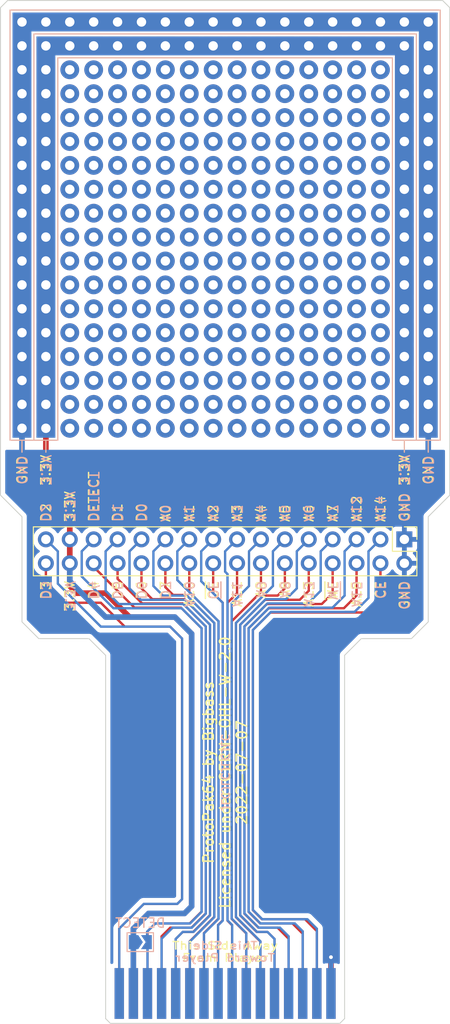
<source format=kicad_pcb>
(kicad_pcb (version 20211014) (generator pcbnew)
  (layers (0 "F.Cu" signal) (31 "B.Cu" signal) (34 "B.Paste" user) (35 "F.Paste" user) (36 "B.SilkS" user "B.Silkscreen") (37 "F.SilkS" user "F.Silkscreen") (38 "B.Mask" user) (39 "F.Mask" user) (44 "Edge.Cuts" user))
  (net 0 "")
  (net 1 "GND")
  (net 2 "A14")
  (net 3 "A12")
  (net 4 "A7")
  (net 5 "A6")
  (net 6 "A5")
  (net 7 "A4")
  (net 8 "A3")
  (net 9 "A2")
  (net 10 "A1")
  (net 11 "A0")
  (net 12 "D0")
  (net 13 "D1")
  (net 14 "DETECT")
  (net 15 "+3V3")
  (net 16 "D2")
  (net 17 "CE")
  (net 18 "~{WE}")
  (net 19 "A13")
  (net 20 "A8")
  (net 21 "A9")
  (net 22 "A11")
  (net 23 "~{OE}")
  (net 24 "A10")
  (net 25 "D7")
  (net 26 "D6")
  (net 27 "D5")
  (net 28 "D4")
  (net 29 "D3")
  (net 30 "A15")
  (footprint "Connector_PinHeader_2.54mm:PinHeader_2x16_P2.54mm_Vertical" (layer "F.Cu") (at 162.814 103.754 -90)
    (fp_text reference "J2")
    (fp_text value "Breakout2x16")
  )
  (footprint "protopak64:PakEdgeConnector" (layer "F.Cu") (at 143.764 152.019)
    (fp_text reference "J1")
    (fp_text value "PakEdge")
  )
  (footprint "protopak64:PrototypeGrid" (layer "F.Cu") (at 143.764 72.898)
    (fp_text reference "REF**")
    (fp_text value "PrototypeGrid")
  )
  (footprint "Jumper:SolderJumper-2_P1.3mm_Open_TrianglePad1.0x1.5mm" (layer "B.Cu") (at 134.747 146.558)
    (fp_text reference "JP1")
    (fp_text value "DETECT")
  )
  (gr_line (start 120.65 46.482) (end 166.878 46.482) (layer "Edge.Cuts") (width 0.1))
  (gr_line (start 131.064 154.686) (end 131.064 116.078) (layer "Edge.Cuts") (width 0.1))
  (gr_line (start 123.952 114.3) (end 122.174 112.522) (layer "Edge.Cuts") (width 0.1))
  (gr_line (start 129.286 114.3) (end 123.952 114.3) (layer "Edge.Cuts") (width 0.1))
  (gr_line (start 165.354 112.522) (end 165.354 101.346) (layer "Edge.Cuts") (width 0.1))
  (gr_line (start 122.174 112.522) (end 122.174 101.346) (layer "Edge.Cuts") (width 0.1))
  (gr_line (start 156.464 116.078) (end 158.242 114.3) (layer "Edge.Cuts") (width 0.1))
  (gr_line (start 119.888 99.06) (end 119.888 47.244) (layer "Edge.Cuts") (width 0.1))
  (gr_line (start 166.878 46.482) (end 167.64 47.244) (layer "Edge.Cuts") (width 0.1))
  (gr_line (start 131.064 154.686) (end 131.572 155.194) (layer "Edge.Cuts") (width 0.1))
  (gr_line (start 131.572 155.194) (end 155.956 155.194) (layer "Edge.Cuts") (width 0.1))
  (gr_line (start 163.576 114.3) (end 165.354 112.522) (layer "Edge.Cuts") (width 0.1))
  (gr_line (start 163.576 114.3) (end 158.242 114.3) (layer "Edge.Cuts") (width 0.1))
  (gr_line (start 120.65 46.482) (end 119.888 47.244) (layer "Edge.Cuts") (width 0.1))
  (gr_line (start 155.956 155.194) (end 156.464 154.686) (layer "Edge.Cuts") (width 0.1))
  (gr_line (start 167.64 99.06) (end 165.354 101.346) (layer "Edge.Cuts") (width 0.1))
  (gr_line (start 167.64 47.244) (end 167.64 99.06) (layer "Edge.Cuts") (width 0.1))
  (gr_line (start 122.174 101.346) (end 119.888 99.06) (layer "Edge.Cuts") (width 0.1))
  (gr_line (start 131.064 116.078) (end 129.286 114.3) (layer "Edge.Cuts") (width 0.1))
  (gr_line (start 156.464 154.686) (end 156.464 116.078) (layer "Edge.Cuts") (width 0.1))
  (gr_text "D1" (at 132.334 101.981 270) (layer "B.SilkS") (effects (font (size 1 1)) (justify left mirror)))
  (gr_text "This Side\nToward Player" (at 143.764 147.574) (layer "B.SilkS") (effects (font (size 0.8 1)) (justify mirror)))
  (gr_text "DETECT" (at 129.794 101.981 270) (layer "B.SilkS") (effects (font (size 1 1)) (justify left mirror)))
  (gr_text "GND" (at 162.814 101.981 270) (layer "B.SilkS") (effects (font (size 1 1)) (justify left mirror)))
  (gr_text "JLCJLCJLCJLC" (at 143.764 128.524 270) (layer "B.SilkS") (effects (font (size 0.8 0.8)) (justify mirror)))
  (gr_text "A5" (at 150.114 101.981 270) (layer "B.SilkS") (effects (font (size 1 1)) (justify left mirror)))
  (gr_text "CE" (at 160.274 108.077 270) (layer "B.SilkS") (effects (font (size 1 1)) (justify right mirror)))
  (gr_text "D0" (at 134.874 101.981 270) (layer "B.SilkS") (effects (font (size 1 1)) (justify left mirror)))
  (gr_text "A4" (at 147.574 101.981 270) (layer "B.SilkS") (effects (font (size 1 1)) (justify left mirror)))
  (gr_text "A15" (at 157.734 108.077 270) (layer "B.SilkS") (effects (font (size 1 1)) (justify right mirror)))
  (gr_text "D6" (at 134.874 108.077 270) (layer "B.SilkS") (effects (font (size 1 1)) (justify right mirror)))
  (gr_text "~{OE}" (at 142.494 108.077 270) (layer "B.SilkS") (effects (font (size 1 1)) (justify right mirror)))
  (gr_text "A8" (at 150.114 108.077 270) (layer "B.SilkS") (effects (font (size 1 1)) (justify right mirror)))
  (gr_text "A13" (at 152.654 108.077 270) (layer "B.SilkS") (effects (font (size 1 1)) (justify right mirror)))
  (gr_text "A14" (at 160.274 101.981 270) (layer "B.SilkS") (effects (font (size 1 1)) (justify left mirror)))
  (gr_text "A12" (at 157.734 101.981 270) (layer "B.SilkS") (effects (font (size 1 1)) (justify left mirror)))
  (gr_text "D3" (at 124.714 108.077 270) (layer "B.SilkS") (effects (font (size 1 1)) (justify right mirror)))
  (gr_text "A9" (at 147.574 108.077 270) (layer "B.SilkS") (effects (font (size 1 1)) (justify right mirror)))
  (gr_text "D7" (at 137.414 108.077 270) (layer "B.SilkS") (effects (font (size 1 1)) (justify right mirror)))
  (gr_text "A6" (at 152.654 101.981 270) (layer "B.SilkS") (effects (font (size 1 1)) (justify left mirror)))
  (gr_text "A10" (at 139.954 108.077 270) (layer "B.SilkS") (effects (font (size 1 1)) (justify right mirror)))
  (gr_text "D4" (at 129.794 108.077 270) (layer "B.SilkS") (effects (font (size 1 1)) (justify right mirror)))
  (gr_text "3.3V" (at 127.254 108.077 270) (layer "B.SilkS") (effects (font (size 1 1)) (justify right mirror)))
  (gr_text "A1" (at 139.954 101.981 270) (layer "B.SilkS") (effects (font (size 1 1)) (justify left mirror)))
  (gr_text "D5" (at 132.334 108.077 270) (layer "B.SilkS") (effects (font (size 1 1)) (justify right mirror)))
  (gr_text "A3" (at 145.034 101.981 270) (layer "B.SilkS") (effects (font (size 1 1)) (justify left mirror)))
  (gr_text "GND" (at 162.814 108.077 270) (layer "B.SilkS") (effects (font (size 1 1)) (justify right mirror)))
  (gr_text "D2" (at 124.714 101.981 270) (layer "B.SilkS") (effects (font (size 1 1)) (justify left mirror)))
  (gr_text "~{WE}" (at 155.194 108.077 270) (layer "B.SilkS") (effects (font (size 1 1)) (justify right mirror)))
  (gr_text "A7" (at 155.194 101.981 270) (layer "B.SilkS") (effects (font (size 1 1)) (justify left mirror)))
  (gr_text "A0" (at 137.414 101.981 270) (layer "B.SilkS") (effects (font (size 1 1)) (justify left mirror)))
  (gr_text "A2" (at 142.494 101.981 270) (layer "B.SilkS") (effects (font (size 1 1)) (justify left mirror)))
  (gr_text "3.3V" (at 127.254 101.981 270) (layer "B.SilkS") (effects (font (size 1 1)) (justify left mirror)))
  (gr_text "A11" (at 145.034 108.077 270) (layer "B.SilkS") (effects (font (size 1 1)) (justify right mirror)))
  (gr_text "A1" (at 139.954 101.981 90) (layer "F.SilkS") (effects (font (size 1 1)) (justify left)))
  (gr_text "A0" (at 137.414 101.981 90) (layer "F.SilkS") (effects (font (size 1 1)) (justify left)))
  (gr_text "GND" (at 162.814 101.981 90) (layer "F.SilkS") (effects (font (size 1 1)) (justify left)))
  (gr_text "A8" (at 150.114 108.077 90) (layer "F.SilkS") (effects (font (size 1 1)) (justify right)))
  (gr_text "A15" (at 157.734 108.077 90) (layer "F.SilkS") (effects (font (size 1 1)) (justify right)))
  (gr_text "D3" (at 124.714 108.077 90) (layer "F.SilkS") (effects (font (size 1 1)) (justify right)))
  (gr_text "A4" (at 147.574 101.981 90) (layer "F.SilkS") (effects (font (size 1 1)) (justify left)))
  (gr_text "A14" (at 160.274 101.981 90) (layer "F.SilkS") (effects (font (size 1 1)) (justify left)))
  (gr_text "ProtoPak64 by Bigbass\nLicensed under CERN-OHL-W-2.0\n2022-07-07" (at 143.764 128.524 90) (layer "F.SilkS") (effects (font (size 1.1 1.1) (thickness 0.175))))
  (gr_text "DETECT" (at 129.794 101.981 90) (layer "F.SilkS") (effects (font (size 1 1)) (justify left)))
  (gr_text "D2" (at 124.714 101.981 90) (layer "F.SilkS") (effects (font (size 1 1)) (justify left)))
  (gr_text "A10" (at 139.954 108.077 90) (layer "F.SilkS") (effects (font (size 1 1)) (justify right)))
  (gr_text "A12" (at 157.734 101.981 90) (layer "F.SilkS") (effects (font (size 1 1)) (justify left)))
  (gr_text "D7" (at 137.414 108.077 90) (layer "F.SilkS") (effects (font (size 1 1)) (justify right)))
  (gr_text "A7" (at 155.194 101.981 90) (layer "F.SilkS") (effects (font (size 1 1)) (justify left)))
  (gr_text "D1" (at 132.334 101.981 90) (layer "F.SilkS") (effects (font (size 1 1)) (justify left)))
  (gr_text "3.3V" (at 127.254 101.981 90) (layer "F.SilkS") (effects (font (size 1 1)) (justify left)))
  (gr_text "D0" (at 134.874 101.981 90) (layer "F.SilkS") (effects (font (size 1 1)) (justify left)))
  (gr_text "A6" (at 152.654 101.981 90) (layer "F.SilkS") (effects (font (size 1 1)) (justify left)))
  (gr_text "A3" (at 145.034 101.981 90) (layer "F.SilkS") (effects (font (size 1 1)) (justify left)))
  (gr_text "A11" (at 145.034 108.077 90) (layer "F.SilkS") (effects (font (size 1 1)) (justify right)))
  (gr_text "~{WE}" (at 155.194 108.077 90) (layer "F.SilkS") (effects (font (size 1 1)) (justify right)))
  (gr_text "A5" (at 150.114 101.981 90) (layer "F.SilkS") (effects (font (size 1 1)) (justify left)))
  (gr_text "3.3V" (at 127.254 108.077 90) (layer "F.SilkS") (effects (font (size 1 1)) (justify right)))
  (gr_text "D5" (at 132.334 108.077 90) (layer "F.SilkS") (effects (font (size 1 1)) (justify right)))
  (gr_text "A13" (at 152.654 108.077 90) (layer "F.SilkS") (effects (font (size 1 1)) (justify right)))
  (gr_text "~{OE}" (at 142.494 108.077 90) (layer "F.SilkS") (effects (font (size 1 1)) (justify right)))
  (gr_text "A2" (at 142.494 101.981 90) (layer "F.SilkS") (effects (font (size 1 1)) (justify left)))
  (gr_text "CE" (at 160.274 108.077 90) (layer "F.SilkS") (effects (font (size 1 1)) (justify right)))
  (gr_text "D6" (at 134.874 108.077 90) (layer "F.SilkS") (effects (font (size 1 1)) (justify right)))
  (gr_text "This Side Away\nFrom Player" (at 143.764 147.574) (layer "F.SilkS") (effects (font (size 0.8 1))))
  (gr_text "A9" (at 147.574 108.077 90) (layer "F.SilkS") (effects (font (size 1 1)) (justify right)))
  (gr_text "GND" (at 162.814 108.077 90) (layer "F.SilkS") (effects (font (size 1 1)) (justify right)))
  (gr_text "D4" (at 129.794 108.077 90) (layer "F.SilkS") (effects (font (size 1 1)) (justify right)))
  (segment (start 155.014 152.019) (end 155.014 148.156) (width 0.6) (layer "F.Cu") (net 1))
  (via (at 155.014 148.156) (size 0.8) (drill 0.4) (layers "F.Cu" "B.Cu") (net 1))
  (segment (start 122.174 91.948) (end 122.174 95.25) (width 0.6) (layer "B.Cu") (net 1))
  (segment (start 165.354 91.948) (end 165.354 95.504) (width 0.6) (layer "B.Cu") (net 1))
  (segment (start 157.523061 111.462939) (end 159.004 109.982) (width 0.25) (layer "B.Cu") (net 2))
  (segment (start 153.514 152.019) (end 153.514 145.132) (width 0.25) (layer "B.Cu") (net 2))
  (segment (start 146.71512 143.128282) (end 146.71512 113.385188) (width 0.25) (layer "B.Cu") (net 2))
  (segment (start 146.71512 113.385188) (end 148.637369 111.462939) (width 0.25) (layer "B.Cu") (net 2))
  (segment (start 148.637369 111.462939) (end 157.523061 111.462939) (width 0.25) (layer "B.Cu") (net 2))
  (segment (start 147.711758 144.12492) (end 146.71512 143.128282) (width 0.25) (layer "B.Cu") (net 2))
  (segment (start 152.50692 144.12492) (end 147.711758 144.12492) (width 0.25) (layer "B.Cu") (net 2))
  (segment (start 159.004 109.982) (end 159.004 105.024) (width 0.25) (layer "B.Cu") (net 2))
  (segment (start 153.514 145.132) (end 152.50692 144.12492) (width 0.25) (layer "B.Cu") (net 2))
  (segment (start 159.004 105.024) (end 160.274 103.754) (width 0.25) (layer "B.Cu") (net 2))
  (segment (start 146.2656 143.31448) (end 146.2656 113.19899) (width 0.25) (layer "B.Cu") (net 3))
  (segment (start 152.014 152.019) (end 152.014 145.41) (width 0.25) (layer "B.Cu") (net 3))
  (segment (start 156.464 109.728) (end 156.464 105.024) (width 0.25) (layer "B.Cu") (net 3))
  (segment (start 146.2656 113.19899) (end 148.451171 111.013419) (width 0.25) (layer "B.Cu") (net 3))
  (segment (start 148.451171 111.013419) (end 155.178581 111.013419) (width 0.25) (layer "B.Cu") (net 3))
  (segment (start 151.17844 144.57444) (end 147.52556 144.57444) (width 0.25) (layer "B.Cu") (net 3))
  (segment (start 156.464 105.024) (end 157.734 103.754) (width 0.25) (layer "B.Cu") (net 3))
  (segment (start 152.014 145.41) (end 151.17844 144.57444) (width 0.25) (layer "B.Cu") (net 3))
  (segment (start 147.52556 144.57444) (end 146.2656 143.31448) (width 0.25) (layer "B.Cu") (net 3))
  (segment (start 155.178581 111.013419) (end 156.464 109.728) (width 0.25) (layer "B.Cu") (net 3))
  (segment (start 145.81608 113.012792) (end 148.264973 110.563899) (width 0.25) (layer "B.Cu") (net 4))
  (segment (start 152.580101 110.563899) (end 153.924 109.22) (width 0.25) (layer "B.Cu") (net 4))
  (segment (start 147.339362 145.02396) (end 145.81608 143.500678) (width 0.25) (layer "B.Cu") (net 4))
  (segment (start 153.924 105.024) (end 155.194 103.754) (width 0.25) (layer "B.Cu") (net 4))
  (segment (start 150.514 152.019) (end 150.514 145.942) (width 0.25) (layer "B.Cu") (net 4))
  (segment (start 153.924 109.22) (end 153.924 105.024) (width 0.25) (layer "B.Cu") (net 4))
  (segment (start 150.514 145.942) (end 149.59596 145.02396) (width 0.25) (layer "B.Cu") (net 4))
  (segment (start 148.264973 110.563899) (end 152.580101 110.563899) (width 0.25) (layer "B.Cu") (net 4))
  (segment (start 149.59596 145.02396) (end 147.339362 145.02396) (width 0.25) (layer "B.Cu") (net 4))
  (segment (start 145.81608 143.500678) (end 145.81608 113.012792) (width 0.25) (layer "B.Cu") (net 4))
  (segment (start 145.36656 112.826594) (end 148.078775 110.114379) (width 0.25) (layer "B.Cu") (net 5))
  (segment (start 151.384 105.024) (end 152.654 103.754) (width 0.25) (layer "B.Cu") (net 5))
  (segment (start 149.014 146.22) (end 148.26748 145.47348) (width 0.25) (layer "B.Cu") (net 5))
  (segment (start 151.384 108.966) (end 151.384 105.024) (width 0.25) (layer "B.Cu") (net 5))
  (segment (start 145.36656 143.686875) (end 145.36656 112.826594) (width 0.25) (layer "B.Cu") (net 5))
  (segment (start 147.153165 145.47348) (end 145.36656 143.686875) (width 0.25) (layer "B.Cu") (net 5))
  (segment (start 150.235621 110.114379) (end 151.384 108.966) (width 0.25) (layer "B.Cu") (net 5))
  (segment (start 149.014 152.019) (end 149.014 146.22) (width 0.25) (layer "B.Cu") (net 5))
  (segment (start 148.26748 145.47348) (end 147.153165 145.47348) (width 0.25) (layer "B.Cu") (net 5))
  (segment (start 148.078775 110.114379) (end 150.235621 110.114379) (width 0.25) (layer "B.Cu") (net 5))
  (segment (start 148.844 108.713436) (end 148.844 105.024) (width 0.25) (layer "B.Cu") (net 6))
  (segment (start 148.844 105.024) (end 150.114 103.754) (width 0.25) (layer "B.Cu") (net 6))
  (segment (start 144.91704 143.873073) (end 144.91704 112.640396) (width 0.25) (layer "B.Cu") (net 6))
  (segment (start 147.514 152.019) (end 147.514 146.470033) (width 0.25) (layer "B.Cu") (net 6))
  (segment (start 147.514 146.470033) (end 144.91704 143.873073) (width 0.25) (layer "B.Cu") (net 6))
  (segment (start 144.91704 112.640396) (end 148.844 108.713436) (width 0.25) (layer "B.Cu") (net 6))
  (segment (start 146.304 108.712) (end 146.304 105.024) (width 0.25) (layer "B.Cu") (net 7))
  (segment (start 146.014 152.019) (end 146.014 145.605751) (width 0.25) (layer "B.Cu") (net 7))
  (segment (start 146.304 105.024) (end 147.574 103.754) (width 0.25) (layer "B.Cu") (net 7))
  (segment (start 146.014 145.605751) (end 144.46752 144.059271) (width 0.25) (layer "B.Cu") (net 7))
  (segment (start 144.46752 110.54848) (end 146.304 108.712) (width 0.25) (layer "B.Cu") (net 7))
  (segment (start 144.46752 144.059271) (end 144.46752 110.54848) (width 0.25) (layer "B.Cu") (net 7))
  (segment (start 144.018 144.245469) (end 144.018 107.442) (width 0.25) (layer "B.Cu") (net 8))
  (segment (start 144.514 144.741469) (end 144.018 144.245469) (width 0.25) (layer "B.Cu") (net 8))
  (segment (start 143.764 105.024) (end 145.034 103.754) (width 0.25) (layer "B.Cu") (net 8))
  (segment (start 144.514 152.019) (end 144.514 144.741469) (width 0.25) (layer "B.Cu") (net 8))
  (segment (start 144.018 107.442) (end 143.764 107.188) (width 0.25) (layer "B.Cu") (net 8))
  (segment (start 143.764 107.188) (end 143.764 105.024) (width 0.25) (layer "B.Cu") (net 8))
  (segment (start 143.51 144.276308) (end 143.51 110.49) (width 0.25) (layer "B.Cu") (net 9))
  (segment (start 143.014 152.019) (end 143.014 144.772308) (width 0.25) (layer "B.Cu") (net 9))
  (segment (start 143.51 110.49) (end 141.224 108.204) (width 0.25) (layer "B.Cu") (net 9))
  (segment (start 141.224 108.204) (end 141.224 105.024) (width 0.25) (layer "B.Cu") (net 9))
  (segment (start 143.014 144.772308) (end 143.51 144.276308) (width 0.25) (layer "B.Cu") (net 9))
  (segment (start 141.224 105.024) (end 142.494 103.754) (width 0.25) (layer "B.Cu") (net 9))
  (segment (start 143.06048 112.454198) (end 143.06048 144.09011) (width 0.25) (layer "B.Cu") (net 10))
  (segment (start 138.684 108.077718) (end 143.06048 112.454198) (width 0.25) (layer "B.Cu") (net 10))
  (segment (start 143.06048 144.09011) (end 141.514 145.63659) (width 0.25) (layer "B.Cu") (net 10))
  (segment (start 141.514 145.63659) (end 141.514 152.019) (width 0.25) (layer "B.Cu") (net 10))
  (segment (start 139.954 103.754) (end 138.684 105.024) (width 0.25) (layer "B.Cu") (net 10))
  (segment (start 138.684 105.024) (end 138.684 108.077718) (width 0.25) (layer "B.Cu") (net 10))
  (segment (start 142.61096 143.903912) (end 142.61096 112.640396) (width 0.25) (layer "B.Cu") (net 11))
  (segment (start 142.61096 112.640396) (end 139.698564 109.728) (width 0.25) (layer "B.Cu") (net 11))
  (segment (start 140.335 146.177) (end 140.337872 146.177) (width 0.25) (layer "B.Cu") (net 11))
  (segment (start 136.144 108.712) (end 136.144 105.024) (width 0.25) (layer "B.Cu") (net 11))
  (segment (start 140.014 152.019) (end 140.014 146.498) (width 0.25) (layer "B.Cu") (net 11))
  (segment (start 140.337872 146.177) (end 142.61096 143.903912) (width 0.25) (layer "B.Cu") (net 11))
  (segment (start 139.698564 109.728) (end 137.16 109.728) (width 0.25) (layer "B.Cu") (net 11))
  (segment (start 137.16 109.728) (end 136.144 108.712) (width 0.25) (layer "B.Cu") (net 11))
  (segment (start 140.014 146.498) (end 140.335 146.177) (width 0.25) (layer "B.Cu") (net 11))
  (segment (start 136.144 105.024) (end 137.414 103.754) (width 0.25) (layer "B.Cu") (net 11))
  (segment (start 133.604 108.966) (end 133.604 105.024) (width 0.25) (layer "B.Cu") (net 12))
  (segment (start 133.604 105.024) (end 134.874 103.754) (width 0.25) (layer "B.Cu") (net 12))
  (segment (start 139.261237 145.472763) (end 140.406391 145.472763) (width 0.25) (layer "B.Cu") (net 12))
  (segment (start 139.512366 110.17752) (end 134.81552 110.17752) (width 0.25) (layer "B.Cu") (net 12))
  (segment (start 142.16144 143.717714) (end 142.16144 112.826594) (width 0.25) (layer "B.Cu") (net 12))
  (segment (start 138.514 152.019) (end 138.514 146.22) (width 0.25) (layer "B.Cu") (net 12))
  (segment (start 140.406391 145.472763) (end 142.16144 143.717714) (width 0.25) (layer "B.Cu") (net 12))
  (segment (start 138.514 146.22) (end 139.261237 145.472763) (width 0.25) (layer "B.Cu") (net 12))
  (segment (start 142.16144 112.826594) (end 139.512366 110.17752) (width 0.25) (layer "B.Cu") (net 12))
  (segment (start 134.81552 110.17752) (end 133.604 108.966) (width 0.25) (layer "B.Cu") (net 12))
  (segment (start 131.064 109.22) (end 131.064 105.024) (width 0.25) (layer "B.Cu") (net 13))
  (segment (start 137.014 146.196) (end 138.186757 145.023243) (width 0.25) (layer "B.Cu") (net 13))
  (segment (start 131.064 105.024) (end 132.334 103.754) (width 0.25) (layer "B.Cu") (net 13))
  (segment (start 137.014 152.019) (end 137.014 146.196) (width 0.25) (layer "B.Cu") (net 13))
  (segment (start 140.220193 145.023243) (end 141.71192 143.531516) (width 0.25) (layer "B.Cu") (net 13))
  (segment (start 141.71192 143.531516) (end 141.71192 113.012792) (width 0.25) (layer "B.Cu") (net 13))
  (segment (start 141.71192 113.012792) (end 139.326168 110.62704) (width 0.25) (layer "B.Cu") (net 13))
  (segment (start 139.326168 110.62704) (end 132.47104 110.62704) (width 0.25) (layer "B.Cu") (net 13))
  (segment (start 138.186757 145.023243) (end 140.220193 145.023243) (width 0.25) (layer "B.Cu") (net 13))
  (segment (start 132.47104 110.62704) (end 131.064 109.22) (width 0.25) (layer "B.Cu") (net 13))
  (segment (start 135.514 152.019) (end 135.514 146.6) (width 0.25) (layer "B.Cu") (net 14))
  (segment (start 135.514 146.6) (end 135.472 146.558) (width 0.25) (layer "B.Cu") (net 14))
  (segment (start 141.2624 143.345318) (end 141.2624 113.19899) (width 0.25) (layer "B.Cu") (net 14))
  (segment (start 140.033995 144.573723) (end 141.2624 143.345318) (width 0.25) (layer "B.Cu") (net 14))
  (segment (start 141.2624 113.19899) (end 139.13997 111.07656) (width 0.25) (layer "B.Cu") (net 14))
  (segment (start 135.472 145.452) (end 136.350277 144.573723) (width 0.25) (layer "B.Cu") (net 14))
  (segment (start 128.524 107.696) (end 128.524 105.024) (width 0.25) (layer "B.Cu") (net 14))
  (segment (start 139.13997 111.07656) (end 131.90456 111.07656) (width 0.25) (layer "B.Cu") (net 14))
  (segment (start 135.472 146.558) (end 135.472 145.452) (width 0.25) (layer "B.Cu") (net 14))
  (segment (start 136.350277 144.573723) (end 140.033995 144.573723) (width 0.25) (layer "B.Cu") (net 14))
  (segment (start 131.90456 111.07656) (end 128.524 107.696) (width 0.25) (layer "B.Cu") (net 14))
  (segment (start 128.524 105.024) (end 129.794 103.754) (width 0.25) (layer "B.Cu") (net 14))
  (segment (start 127.254 99.822) (end 124.714 97.282) (width 0.6) (layer "F.Cu") (net 15))
  (segment (start 139.446 143.51) (end 140.208 142.748) (width 0.6) (layer "F.Cu") (net 15))
  (segment (start 124.714 97.282) (end 124.714 91.948) (width 0.6) (layer "F.Cu") (net 15))
  (segment (start 140.208 142.748) (end 140.208 113.792) (width 0.6) (layer "F.Cu") (net 15))
  (segment (start 131.064 109.474) (end 128.016 109.474) (width 0.6) (layer "F.Cu") (net 15))
  (segment (start 128.016 109.474) (end 127.254 108.712) (width 0.6) (layer "F.Cu") (net 15))
  (segment (start 133.604 112.014) (end 131.064 109.474) (width 0.6) (layer "F.Cu") (net 15))
  (segment (start 127.254 106.294) (end 127.254 103.754) (width 0.6) (layer "F.Cu") (net 15))
  (segment (start 134.014 152.019) (end 134.014 145.132) (width 0.6) (layer "F.Cu") (net 15))
  (segment (start 127.254 103.754) (end 127.254 99.822) (width 0.6) (layer "F.Cu") (net 15))
  (segment (start 135.636 143.51) (end 139.446 143.51) (width 0.6) (layer "F.Cu") (net 15))
  (segment (start 140.208 113.792) (end 138.43 112.014) (width 0.6) (layer "F.Cu") (net 15))
  (segment (start 138.43 112.014) (end 133.604 112.014) (width 0.6) (layer "F.Cu") (net 15))
  (segment (start 127.254 108.712) (end 127.254 106.294) (width 0.6) (layer "F.Cu") (net 15))
  (segment (start 134.014 145.132) (end 135.636 143.51) (width 0.6) (layer "F.Cu") (net 15))
  (segment (start 127.254 108.204) (end 127.254 106.294) (width 0.6) (layer "B.Cu") (net 15))
  (segment (start 138.43 112.014) (end 131.064 112.014) (width 0.6) (layer "B.Cu") (net 15))
  (segment (start 140.208 142.748) (end 140.208 113.792) (width 0.6) (layer "B.Cu") (net 15))
  (segment (start 135.636 143.51) (end 139.446 143.51) (width 0.6) (layer "B.Cu") (net 15))
  (segment (start 131.064 112.014) (end 127.254 108.204) (width 0.6) (layer "B.Cu") (net 15))
  (segment (start 134.014 146.566) (end 134.022 146.558) (width 0.6) (layer "B.Cu") (net 15))
  (segment (start 134.014 152.019) (end 134.014 146.566) (width 0.6) (layer "B.Cu") (net 15))
  (segment (start 139.446 143.51) (end 140.208 142.748) (width 0.6) (layer "B.Cu") (net 15))
  (segment (start 134.022 145.124) (end 135.636 143.51) (width 0.6) (layer "B.Cu") (net 15))
  (segment (start 140.208 113.792) (end 138.43 112.014) (width 0.6) (layer "B.Cu") (net 15))
  (segment (start 134.022 146.558) (end 134.022 145.124) (width 0.6) (layer "B.Cu") (net 15))
  (segment (start 135.128 142.494) (end 138.684 142.494) (width 0.25) (layer "B.Cu") (net 16))
  (segment (start 139.192 114.3) (end 137.922 113.03) (width 0.25) (layer "B.Cu") (net 16))
  (segment (start 132.514 152.019) (end 132.514 145.108) (width 0.25) (layer "B.Cu") (net 16))
  (segment (start 138.684 142.494) (end 139.192 141.986) (width 0.25) (layer "B.Cu") (net 16))
  (segment (start 132.514 145.108) (end 135.128 142.494) (width 0.25) (layer "B.Cu") (net 16))
  (segment (start 137.922 113.03) (end 130.556 113.03) (width 0.25) (layer "B.Cu") (net 16))
  (segment (start 130.556 113.03) (end 125.984 108.458) (width 0.25) (layer "B.Cu") (net 16))
  (segment (start 125.984 105.024) (end 124.714 103.754) (width 0.25) (layer "B.Cu") (net 16))
  (segment (start 139.192 141.986) (end 139.192 114.3) (width 0.25) (layer "B.Cu") (net 16))
  (segment (start 125.984 108.458) (end 125.984 105.024) (width 0.25) (layer "B.Cu") (net 16))
  (segment (start 153.514 145.386) (end 152.252203 144.124203) (width 0.25) (layer "F.Cu") (net 17))
  (segment (start 146.71512 143.15912) (end 146.71512 113.385188) (width 0.25) (layer "F.Cu") (net 17))
  (segment (start 153.514 152.019) (end 153.514 145.386) (width 0.25) (layer "F.Cu") (net 17))
  (segment (start 147.680203 144.124203) (end 146.71512 143.15912) (width 0.25) (layer "F.Cu") (net 17))
  (segment (start 146.71512 113.385188) (end 148.574228 111.52608) (width 0.25) (layer "F.Cu") (net 17))
  (segment (start 152.252203 144.124203) (end 147.680203 144.124203) (width 0.25) (layer "F.Cu") (net 17))
  (segment (start 148.574228 111.52608) (end 158.72992 111.52608) (width 0.25) (layer "F.Cu") (net 17))
  (segment (start 158.72992 111.52608) (end 160.274 109.982) (width 0.25) (layer "F.Cu") (net 17))
  (segment (start 160.274 109.982) (end 160.274 106.294) (width 0.25) (layer "F.Cu") (net 17))
  (segment (start 149.341243 145.023243) (end 147.307807 145.023243) (width 0.25) (layer "F.Cu") (net 18))
  (segment (start 150.514 146.196) (end 149.341243 145.023243) (width 0.25) (layer "F.Cu") (net 18))
  (segment (start 145.81608 113.012792) (end 148.201832 110.62704) (width 0.25) (layer "F.Cu") (net 18))
  (segment (start 145.81608 143.531516) (end 145.81608 113.012792) (width 0.25) (layer "F.Cu") (net 18))
  (segment (start 148.201832 110.62704) (end 154.04096 110.62704) (width 0.25) (layer "F.Cu") (net 18))
  (segment (start 150.514 152.019) (end 150.514 146.196) (width 0.25) (layer "F.Cu") (net 18))
  (segment (start 147.307807 145.023243) (end 145.81608 143.531516) (width 0.25) (layer "F.Cu") (net 18))
  (segment (start 155.194 109.474) (end 155.194 106.294) (width 0.25) (layer "F.Cu") (net 18))
  (segment (start 154.04096 110.62704) (end 155.194 109.474) (width 0.25) (layer "F.Cu") (net 18))
  (segment (start 148.266763 145.472763) (end 147.121609 145.472763) (width 0.25) (layer "F.Cu") (net 19))
  (segment (start 148.015634 110.17752) (end 151.69648 110.17752) (width 0.25) (layer "F.Cu") (net 19))
  (segment (start 145.36656 143.717714) (end 145.36656 112.826594) (width 0.25) (layer "F.Cu") (net 19))
  (segment (start 149.014 146.22) (end 148.266763 145.472763) (width 0.25) (layer "F.Cu") (net 19))
  (segment (start 145.36656 112.826594) (end 148.015634 110.17752) (width 0.25) (layer "F.Cu") (net 19))
  (segment (start 152.654 109.22) (end 152.654 106.294) (width 0.25) (layer "F.Cu") (net 19))
  (segment (start 149.014 152.019) (end 149.014 146.22) (width 0.25) (layer "F.Cu") (net 19))
  (segment (start 151.69648 110.17752) (end 152.654 109.22) (width 0.25) (layer "F.Cu") (net 19))
  (segment (start 147.121609 145.472763) (end 145.36656 143.717714) (width 0.25) (layer "F.Cu") (net 19))
  (segment (start 150.114 108.966) (end 150.114 106.294) (width 0.25) (layer "F.Cu") (net 20))
  (segment (start 147.829436 109.728) (end 149.352 109.728) (width 0.25) (layer "F.Cu") (net 20))
  (segment (start 147.514 146.498) (end 147.193 146.177) (width 0.25) (layer "F.Cu") (net 20))
  (segment (start 144.91704 143.903912) (end 144.91704 112.640396) (width 0.25) (layer "F.Cu") (net 20))
  (segment (start 147.190128 146.177) (end 144.91704 143.903912) (width 0.25) (layer "F.Cu") (net 20))
  (segment (start 144.91704 112.640396) (end 147.829436 109.728) (width 0.25) (layer "F.Cu") (net 20))
  (segment (start 147.193 146.177) (end 147.190128 146.177) (width 0.25) (layer "F.Cu") (net 20))
  (segment (start 149.352 109.728) (end 150.114 108.966) (width 0.25) (layer "F.Cu") (net 20))
  (segment (start 147.514 152.019) (end 147.514 146.498) (width 0.25) (layer "F.Cu") (net 20))
  (segment (start 144.46752 144.09011) (end 144.46752 112.454198) (width 0.25) (layer "F.Cu") (net 21))
  (segment (start 146.014 145.63659) (end 144.46752 144.09011) (width 0.25) (layer "F.Cu") (net 21))
  (segment (start 147.574 109.347718) (end 147.574 106.294) (width 0.25) (layer "F.Cu") (net 21))
  (segment (start 144.46752 112.454198) (end 147.574 109.347718) (width 0.25) (layer "F.Cu") (net 21))
  (segment (start 146.014 152.019) (end 146.014 145.63659) (width 0.25) (layer "F.Cu") (net 21))
  (segment (start 144.514 152.019) (end 144.514 144.772308) (width 0.25) (layer "F.Cu") (net 22))
  (segment (start 144.018 144.276308) (end 144.018 110.49) (width 0.25) (layer "F.Cu") (net 22))
  (segment (start 144.514 144.772308) (end 144.018 144.276308) (width 0.25) (layer "F.Cu") (net 22))
  (segment (start 145.034 109.474) (end 145.034 106.294) (width 0.25) (layer "F.Cu") (net 22))
  (segment (start 144.018 110.49) (end 145.034 109.474) (width 0.25) (layer "F.Cu") (net 22))
  (segment (start 142.494 109.474) (end 142.494 106.294) (width 0.25) (layer "F.Cu") (net 23))
  (segment (start 143.014 144.741469) (end 143.51 144.245469) (width 0.25) (layer "F.Cu") (net 23))
  (segment (start 143.51 144.245469) (end 143.51 110.49) (width 0.25) (layer "F.Cu") (net 23))
  (segment (start 143.014 152.019) (end 143.014 144.741469) (width 0.25) (layer "F.Cu") (net 23))
  (segment (start 143.51 110.49) (end 142.494 109.474) (width 0.25) (layer "F.Cu") (net 23))
  (segment (start 143.06048 144.059271) (end 143.06048 112.454198) (width 0.25) (layer "F.Cu") (net 24))
  (segment (start 143.06048 112.454198) (end 139.954 109.347717) (width 0.25) (layer "F.Cu") (net 24))
  (segment (start 141.514 152.019) (end 141.514 145.605751) (width 0.25) (layer "F.Cu") (net 24))
  (segment (start 139.954 109.347717) (end 139.954 106.294) (width 0.25) (layer "F.Cu") (net 24))
  (segment (start 141.514 145.605751) (end 143.06048 144.059271) (width 0.25) (layer "F.Cu") (net 24))
  (segment (start 139.635423 109.664859) (end 138.239141 109.664859) (width 0.25) (layer "F.Cu") (net 25))
  (segment (start 142.61096 112.640396) (end 139.635423 109.664859) (width 0.25) (layer "F.Cu") (net 25))
  (segment (start 142.61096 143.873073) (end 142.61096 112.640396) (width 0.25) (layer "F.Cu") (net 25))
  (segment (start 140.014 146.470033) (end 142.61096 143.873073) (width 0.25) (layer "F.Cu") (net 25))
  (segment (start 137.414 108.839718) (end 137.414 106.294) (width 0.25) (layer "F.Cu") (net 25))
  (segment (start 140.014 152.019) (end 140.014 146.470033) (width 0.25) (layer "F.Cu") (net 25))
  (segment (start 138.239141 109.664859) (end 137.414 108.839718) (width 0.25) (layer "F.Cu") (net 25))
  (segment (start 138.514 152.019) (end 138.514 146.22) (width 0.25) (layer "F.Cu") (net 26))
  (segment (start 142.16144 112.826594) (end 139.449225 110.114379) (width 0.25) (layer "F.Cu") (net 26))
  (segment (start 139.449225 110.114379) (end 136.022379 110.114379) (width 0.25) (layer "F.Cu") (net 26))
  (segment (start 140.374835 145.47348) (end 142.16144 143.686875) (width 0.25) (layer "F.Cu") (net 26))
  (segment (start 134.874 108.966) (end 134.874 106.294) (width 0.25) (layer "F.Cu") (net 26))
  (segment (start 142.16144 143.686875) (end 142.16144 112.826594) (width 0.25) (layer "F.Cu") (net 26))
  (segment (start 139.26052 145.47348) (end 140.374835 145.47348) (width 0.25) (layer "F.Cu") (net 26))
  (segment (start 136.022379 110.114379) (end 134.874 108.966) (width 0.25) (layer "F.Cu") (net 26))
  (segment (start 138.514 146.22) (end 139.26052 145.47348) (width 0.25) (layer "F.Cu") (net 26))
  (segment (start 140.188638 145.02396) (end 141.71192 143.500678) (width 0.25) (layer "F.Cu") (net 27))
  (segment (start 137.014 145.942) (end 137.93204 145.02396) (width 0.25) (layer "F.Cu") (net 27))
  (segment (start 137.014 152.019) (end 137.014 145.942) (width 0.25) (layer "F.Cu") (net 27))
  (segment (start 141.71192 143.500678) (end 141.71192 113.012792) (width 0.25) (layer "F.Cu") (net 27))
  (segment (start 139.263027 110.563899) (end 134.947899 110.563899) (width 0.25) (layer "F.Cu") (net 27))
  (segment (start 132.334 107.95) (end 132.334 106.294) (width 0.25) (layer "F.Cu") (net 27))
  (segment (start 134.947899 110.563899) (end 132.334 107.95) (width 0.25) (layer "F.Cu") (net 27))
  (segment (start 137.93204 145.02396) (end 140.188638 145.02396) (width 0.25) (layer "F.Cu") (net 27))
  (segment (start 141.71192 113.012792) (end 139.263027 110.563899) (width 0.25) (layer "F.Cu") (net 27))
  (segment (start 140.00244 144.57444) (end 136.34956 144.57444) (width 0.25) (layer "F.Cu") (net 28))
  (segment (start 139.076829 111.013419) (end 141.2624 113.19899) (width 0.25) (layer "F.Cu") (net 28))
  (segment (start 141.2624 143.31448) (end 140.00244 144.57444) (width 0.25) (layer "F.Cu") (net 28))
  (segment (start 129.794 106.294) (end 129.794 106.68) (width 0.25) (layer "F.Cu") (net 28))
  (segment (start 134.127419 111.013419) (end 139.076829 111.013419) (width 0.25) (layer "F.Cu") (net 28))
  (segment (start 141.2624 113.19899) (end 141.2624 143.31448) (width 0.25) (layer "F.Cu") (net 28))
  (segment (start 135.514 145.41) (end 135.514 152.019) (width 0.25) (layer "F.Cu") (net 28))
  (segment (start 136.34956 144.57444) (end 135.514 145.41) (width 0.25) (layer "F.Cu") (net 28))
  (segment (start 129.794 106.68) (end 134.127419 111.013419) (width 0.25) (layer "F.Cu") (net 28))
  (segment (start 125.73 110.49) (end 124.714 109.474) (width 0.25) (layer "F.Cu") (net 29))
  (segment (start 133.096 113.03) (end 130.556 110.49) (width 0.25) (layer "F.Cu") (net 29))
  (segment (start 124.714 109.474) (end 124.714 106.294) (width 0.25) (layer "F.Cu") (net 29))
  (segment (start 132.514 145.108) (end 135.128 142.494) (width 0.25) (layer "F.Cu") (net 29))
  (segment (start 139.192 141.986) (end 139.192 114.3) (width 0.25) (layer "F.Cu") (net 29))
  (segment (start 137.922 113.03) (end 133.096 113.03) (width 0.25) (layer "F.Cu") (net 29))
  (segment (start 135.128 142.494) (end 138.684 142.494) (width 0.25) (layer "F.Cu") (net 29))
  (segment (start 130.556 110.49) (end 125.73 110.49) (width 0.25) (layer "F.Cu") (net 29))
  (segment (start 138.684 142.494) (end 139.192 141.986) (width 0.25) (layer "F.Cu") (net 29))
  (segment (start 139.192 114.3) (end 137.922 113.03) (width 0.25) (layer "F.Cu") (net 29))
  (segment (start 132.514 152.019) (end 132.514 145.108) (width 0.25) (layer "F.Cu") (net 29))
  (segment (start 146.2656 113.19899) (end 148.38803 111.07656) (width 0.25) (layer "F.Cu") (net 30))
  (segment (start 148.38803 111.07656) (end 156.38544 111.07656) (width 0.25) (layer "F.Cu") (net 30))
  (segment (start 157.734 109.728) (end 157.734 106.294) (width 0.25) (layer "F.Cu") (net 30))
  (segment (start 146.2656 143.345318) (end 146.2656 113.19899) (width 0.25) (layer "F.Cu") (net 30))
  (segment (start 150.923723 144.573723) (end 147.494005 144.573723) (width 0.25) (layer "F.Cu") (net 30))
  (segment (start 156.38544 111.07656) (end 157.734 109.728) (width 0.25) (layer "F.Cu") (net 30))
  (segment (start 147.494005 144.573723) (end 146.2656 143.345318) (width 0.25) (layer "F.Cu") (net 30))
  (segment (start 152.014 152.019) (end 152.014 145.664) (width 0.25) (layer "F.Cu") (net 30))
  (segment (start 152.014 145.664) (end 150.923723 144.573723) (width 0.25) (layer "F.Cu") (net 30))
  (zone (net 1) (net_name "GND") (layer "B.Cu") (connect_pads (clearance 0.508)) (min_thickness 0.254) (fill yes (thermal_gap 0.508) (thermal_bridge_width 0.508))
    (polygon (pts (xy 167.64 99.06) (xy 165.354 101.346) (xy 165.354 114.3) (xy 158.242 114.3) (xy 156.464 116.078) (xy 156.464 149.352) (xy 131.064 149.352) (xy 131.064 116.078) (xy 129.286 114.3) (xy 122.174 114.3) (xy 122.174 101.346) (xy 119.888 99.06) (xy 119.888 94.234) (xy 167.64 94.234)))
  )
)
</source>
